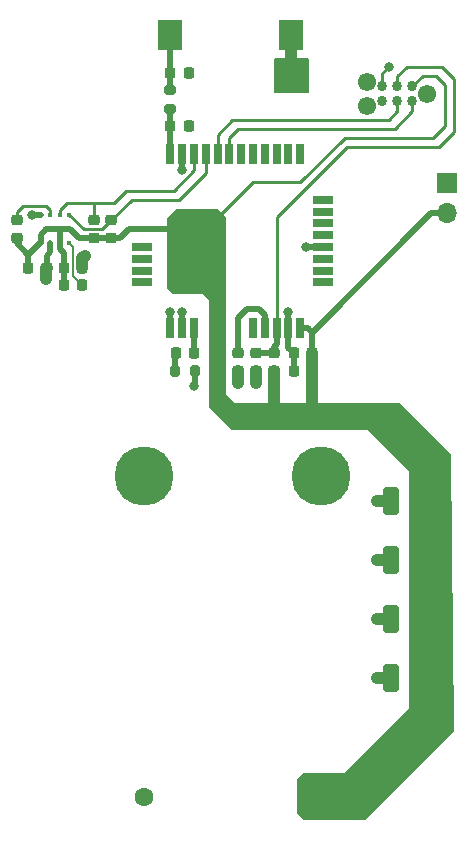
<source format=gbr>
%TF.GenerationSoftware,KiCad,Pcbnew,7.0.6*%
%TF.CreationDate,2023-11-18T03:16:50+01:00*%
%TF.ProjectId,LoRa_Sensor,4c6f5261-5f53-4656-9e73-6f722e6b6963,rev?*%
%TF.SameCoordinates,Original*%
%TF.FileFunction,Copper,L1,Top*%
%TF.FilePolarity,Positive*%
%FSLAX46Y46*%
G04 Gerber Fmt 4.6, Leading zero omitted, Abs format (unit mm)*
G04 Created by KiCad (PCBNEW 7.0.6) date 2023-11-18 03:16:50*
%MOMM*%
%LPD*%
G01*
G04 APERTURE LIST*
G04 Aperture macros list*
%AMRoundRect*
0 Rectangle with rounded corners*
0 $1 Rounding radius*
0 $2 $3 $4 $5 $6 $7 $8 $9 X,Y pos of 4 corners*
0 Add a 4 corners polygon primitive as box body*
4,1,4,$2,$3,$4,$5,$6,$7,$8,$9,$2,$3,0*
0 Add four circle primitives for the rounded corners*
1,1,$1+$1,$2,$3*
1,1,$1+$1,$4,$5*
1,1,$1+$1,$6,$7*
1,1,$1+$1,$8,$9*
0 Add four rect primitives between the rounded corners*
20,1,$1+$1,$2,$3,$4,$5,0*
20,1,$1+$1,$4,$5,$6,$7,0*
20,1,$1+$1,$6,$7,$8,$9,0*
20,1,$1+$1,$8,$9,$2,$3,0*%
G04 Aperture macros list end*
%TA.AperFunction,SMDPad,CuDef*%
%ADD10RoundRect,0.250000X0.412500X0.925000X-0.412500X0.925000X-0.412500X-0.925000X0.412500X-0.925000X0*%
%TD*%
%TA.AperFunction,SMDPad,CuDef*%
%ADD11RoundRect,0.225000X-0.250000X0.225000X-0.250000X-0.225000X0.250000X-0.225000X0.250000X0.225000X0*%
%TD*%
%TA.AperFunction,SMDPad,CuDef*%
%ADD12RoundRect,0.218750X-0.218750X-0.256250X0.218750X-0.256250X0.218750X0.256250X-0.218750X0.256250X0*%
%TD*%
%TA.AperFunction,SMDPad,CuDef*%
%ADD13RoundRect,0.225000X0.250000X-0.225000X0.250000X0.225000X-0.250000X0.225000X-0.250000X-0.225000X0*%
%TD*%
%TA.AperFunction,SMDPad,CuDef*%
%ADD14RoundRect,0.225000X-0.225000X-0.250000X0.225000X-0.250000X0.225000X0.250000X-0.225000X0.250000X0*%
%TD*%
%TA.AperFunction,SMDPad,CuDef*%
%ADD15R,2.000000X2.500000*%
%TD*%
%TA.AperFunction,SMDPad,CuDef*%
%ADD16RoundRect,0.225000X0.225000X0.250000X-0.225000X0.250000X-0.225000X-0.250000X0.225000X-0.250000X0*%
%TD*%
%TA.AperFunction,SMDPad,CuDef*%
%ADD17C,0.863000*%
%TD*%
%TA.AperFunction,ComponentPad*%
%ADD18C,1.550000*%
%TD*%
%TA.AperFunction,ComponentPad*%
%ADD19R,1.700000X1.700000*%
%TD*%
%TA.AperFunction,ComponentPad*%
%ADD20O,1.700000X1.700000*%
%TD*%
%TA.AperFunction,SMDPad,CuDef*%
%ADD21RoundRect,0.200000X0.275000X-0.200000X0.275000X0.200000X-0.275000X0.200000X-0.275000X-0.200000X0*%
%TD*%
%TA.AperFunction,SMDPad,CuDef*%
%ADD22R,0.400000X0.400000*%
%TD*%
%TA.AperFunction,SMDPad,CuDef*%
%ADD23RoundRect,0.200000X0.200000X0.275000X-0.200000X0.275000X-0.200000X-0.275000X0.200000X-0.275000X0*%
%TD*%
%TA.AperFunction,SMDPad,CuDef*%
%ADD24R,0.700000X1.800000*%
%TD*%
%TA.AperFunction,SMDPad,CuDef*%
%ADD25R,1.800000X0.700000*%
%TD*%
%TA.AperFunction,ComponentPad*%
%ADD26C,1.600000*%
%TD*%
%TA.AperFunction,ComponentPad*%
%ADD27C,5.000000*%
%TD*%
%TA.AperFunction,ViaPad*%
%ADD28C,0.800000*%
%TD*%
%TA.AperFunction,Conductor*%
%ADD29C,1.000000*%
%TD*%
%TA.AperFunction,Conductor*%
%ADD30C,0.500000*%
%TD*%
%TA.AperFunction,Conductor*%
%ADD31C,0.250000*%
%TD*%
%TA.AperFunction,Conductor*%
%ADD32C,0.200000*%
%TD*%
G04 APERTURE END LIST*
D10*
%TO.P,C7,1*%
%TO.N,+BATT*%
X126537500Y-92000000D03*
%TO.P,C7,2*%
%TO.N,GND*%
X123462500Y-92000000D03*
%TD*%
%TO.P,C6,1*%
%TO.N,+BATT*%
X126537500Y-97000000D03*
%TO.P,C6,2*%
%TO.N,GND*%
X123462500Y-97000000D03*
%TD*%
D11*
%TO.P,R4,1*%
%TO.N,/BOOT*%
X110500000Y-79475000D03*
%TO.P,R4,2*%
%TO.N,GND*%
X110500000Y-81025000D03*
%TD*%
D12*
%TO.P,D1,1,K*%
%TO.N,Net-(D1-K)*%
X105212500Y-79500000D03*
%TO.P,D1,2,A*%
%TO.N,PA8*%
X106787500Y-79500000D03*
%TD*%
D13*
%TO.P,R8,1*%
%TO.N,+BATT*%
X91750000Y-69775000D03*
%TO.P,R8,2*%
%TO.N,/CSB*%
X91750000Y-68225000D03*
%TD*%
D14*
%TO.P,C10,1*%
%TO.N,RF*%
X104750000Y-60250000D03*
%TO.P,C10,2*%
%TO.N,GND*%
X106300000Y-60250000D03*
%TD*%
D15*
%TO.P,ANT1,1,RX/TX*%
%TO.N,Net-(ANT1-RX{slash}TX)*%
X104750000Y-52550000D03*
%TO.P,ANT1,2,GND*%
%TO.N,GND*%
X114950000Y-52550000D03*
%TD*%
D16*
%TO.P,C2,1*%
%TO.N,+BATT*%
X116775000Y-79500000D03*
%TO.P,C2,2*%
%TO.N,GND*%
X115225000Y-79500000D03*
%TD*%
D13*
%TO.P,R1,1*%
%TO.N,+BATT*%
X113500000Y-81025000D03*
%TO.P,R1,2*%
%TO.N,RST*%
X113500000Y-79475000D03*
%TD*%
D17*
%TO.P,J2,1,1*%
%TO.N,+BATT*%
X125250000Y-56881000D03*
%TO.P,J2,2,2*%
%TO.N,SWDIO*%
X125250000Y-58151000D03*
%TO.P,J2,3,3*%
%TO.N,RST*%
X123980000Y-56881000D03*
%TO.P,J2,4,4*%
%TO.N,SWCLK*%
X123980000Y-58151000D03*
%TO.P,J2,5,5*%
%TO.N,GND*%
X122710000Y-56881000D03*
%TO.P,J2,6,6*%
%TO.N,unconnected-(J2-Pad6)*%
X122710000Y-58151000D03*
D18*
%TO.P,J2,7,7*%
%TO.N,unconnected-(J2-Pad7)*%
X126520000Y-57516000D03*
%TO.P,J2,8,8*%
%TO.N,unconnected-(J2-Pad8)*%
X121440000Y-56500000D03*
%TO.P,J2,9,9*%
%TO.N,unconnected-(J2-Pad9)*%
X121440000Y-58532000D03*
%TD*%
D19*
%TO.P,J1,1,Pin_1*%
%TO.N,GND*%
X128200000Y-65125000D03*
D20*
%TO.P,J1,2,Pin_2*%
%TO.N,+BATT*%
X128200000Y-67665000D03*
%TD*%
D21*
%TO.P,R2,1*%
%TO.N,RF*%
X104750000Y-58825000D03*
%TO.P,R2,2*%
%TO.N,Net-(ANT1-RX{slash}TX)*%
X104750000Y-57175000D03*
%TD*%
D14*
%TO.P,C11,1*%
%TO.N,Net-(ANT1-RX{slash}TX)*%
X104750000Y-55750000D03*
%TO.P,C11,2*%
%TO.N,GND*%
X106300000Y-55750000D03*
%TD*%
D13*
%TO.P,R6,1*%
%TO.N,+BATT*%
X98250000Y-69775000D03*
%TO.P,R6,2*%
%TO.N,I2C_SDA*%
X98250000Y-68225000D03*
%TD*%
D22*
%TO.P,IC1,1,GND_1*%
%TO.N,GND*%
X93800000Y-67800000D03*
%TO.P,IC1,2,CSB*%
%TO.N,/CSB*%
X94600000Y-67800000D03*
%TO.P,IC1,3,SDI*%
%TO.N,I2C_SDA*%
X95400000Y-67800000D03*
%TO.P,IC1,4,SCK*%
%TO.N,I2C_SCL*%
X96200000Y-67800000D03*
%TO.P,IC1,5,SDO*%
%TO.N,/SDO*%
X96200000Y-70200000D03*
%TO.P,IC1,6,VDDIO*%
%TO.N,+BATT*%
X95400000Y-70200000D03*
%TO.P,IC1,7,GND_2*%
%TO.N,GND*%
X94600000Y-70200000D03*
%TO.P,IC1,8,VDD*%
%TO.N,+BATT*%
X93800000Y-70200000D03*
%TD*%
D14*
%TO.P,R3,1*%
%TO.N,+BATT*%
X95725000Y-73750000D03*
%TO.P,R3,2*%
%TO.N,/SDO*%
X97275000Y-73750000D03*
%TD*%
D10*
%TO.P,C4,1*%
%TO.N,+BATT*%
X126537500Y-107000000D03*
%TO.P,C4,2*%
%TO.N,GND*%
X123462500Y-107000000D03*
%TD*%
D13*
%TO.P,R7,1*%
%TO.N,+BATT*%
X99750000Y-69775000D03*
%TO.P,R7,2*%
%TO.N,I2C_SCL*%
X99750000Y-68225000D03*
%TD*%
D16*
%TO.P,C1,1*%
%TO.N,+BATT*%
X116775000Y-81000000D03*
%TO.P,C1,2*%
%TO.N,GND*%
X115225000Y-81000000D03*
%TD*%
D14*
%TO.P,C9,1*%
%TO.N,+BATT*%
X95725000Y-72250000D03*
%TO.P,C9,2*%
%TO.N,GND*%
X97275000Y-72250000D03*
%TD*%
D23*
%TO.P,R5,1*%
%TO.N,GND*%
X106825000Y-81000000D03*
%TO.P,R5,2*%
%TO.N,Net-(D1-K)*%
X105175000Y-81000000D03*
%TD*%
D24*
%TO.P,U1,1,UART2_RX*%
%TO.N,unconnected-(U1-UART2_RX-Pad1)*%
X115750000Y-62600000D03*
%TO.P,U1,2,UART2_TX*%
%TO.N,unconnected-(U1-UART2_TX-Pad2)*%
X114750000Y-62600000D03*
%TO.P,U1,3,ADC5*%
%TO.N,unconnected-(U1-ADC5-Pad3)*%
X113750000Y-62600000D03*
%TO.P,U1,4,UART1_TX*%
%TO.N,unconnected-(U1-UART1_TX-Pad4)*%
X112750000Y-62600000D03*
%TO.P,U1,5,UART1_RX*%
%TO.N,unconnected-(U1-UART1_RX-Pad5)*%
X111750000Y-62600000D03*
%TO.P,U1,6,PA1*%
%TO.N,unconnected-(U1-PA1-Pad6)*%
X110750000Y-62600000D03*
%TO.P,U1,7,SWDIO*%
%TO.N,SWDIO*%
X109750000Y-62600000D03*
%TO.P,U1,8,SWCLK*%
%TO.N,SWCLK*%
X108750000Y-62600000D03*
%TO.P,U1,9,I2C_SCL*%
%TO.N,I2C_SCL*%
X107750000Y-62600000D03*
%TO.P,U1,10,I2C_SDA*%
%TO.N,I2C_SDA*%
X106750000Y-62600000D03*
%TO.P,U1,11,GND*%
%TO.N,GND*%
X105750000Y-62600000D03*
%TO.P,U1,12,RF*%
%TO.N,RF*%
X104750000Y-62600000D03*
D25*
%TO.P,U1,13,SPI1_MOSI*%
%TO.N,PA7*%
X102350000Y-70500000D03*
%TO.P,U1,14,SPI1_MISO*%
%TO.N,PA6*%
X102350000Y-71500000D03*
%TO.P,U1,15,SPI1_CLK*%
%TO.N,BMA_INT2*%
X102350000Y-72500000D03*
%TO.P,U1,16,SPI1_NSS*%
%TO.N,BMA_INT1*%
X102350000Y-73500000D03*
D24*
%TO.P,U1,17,GND*%
%TO.N,GND*%
X104750000Y-77400000D03*
%TO.P,U1,18,GND*%
X105750000Y-77400000D03*
%TO.P,U1,19,PA8*%
%TO.N,PA8*%
X106750000Y-77400000D03*
%TO.P,U1,20,PA9*%
%TO.N,PA9*%
X111750000Y-77400000D03*
%TO.P,U1,21,BOOT*%
%TO.N,/BOOT*%
X112750000Y-77400000D03*
%TO.P,U1,22,RST*%
%TO.N,RST*%
X113750000Y-77400000D03*
%TO.P,U1,23,GND*%
%TO.N,GND*%
X114750000Y-77400000D03*
%TO.P,U1,24,VDD*%
%TO.N,+BATT*%
X115750000Y-77400000D03*
D25*
%TO.P,U1,25,ADC4*%
%TO.N,ADC4*%
X117650000Y-73500000D03*
%TO.P,U1,26,ADC3*%
%TO.N,ADC3*%
X117650000Y-72500000D03*
%TO.P,U1,27,PB12*%
%TO.N,PB12*%
X117650000Y-71500000D03*
%TO.P,U1,28,GND*%
%TO.N,GND*%
X117650000Y-70500000D03*
%TO.P,U1,29,PA0*%
%TO.N,PA0*%
X117650000Y-69500000D03*
%TO.P,U1,30,PB5*%
%TO.N,PB5*%
X117650000Y-68500000D03*
%TO.P,U1,31,ADC2*%
%TO.N,ADC2*%
X117650000Y-67500000D03*
%TO.P,U1,32,ADC1*%
%TO.N,ADC1*%
X117650000Y-66500000D03*
%TD*%
D11*
%TO.P,C3,1*%
%TO.N,RST*%
X112000000Y-79475000D03*
%TO.P,C3,2*%
%TO.N,GND*%
X112000000Y-81025000D03*
%TD*%
D14*
%TO.P,C8,1*%
%TO.N,+BATT*%
X92725000Y-72250000D03*
%TO.P,C8,2*%
%TO.N,GND*%
X94275000Y-72250000D03*
%TD*%
D10*
%TO.P,C5,1*%
%TO.N,+BATT*%
X126537500Y-102000000D03*
%TO.P,C5,2*%
%TO.N,GND*%
X123462500Y-102000000D03*
%TD*%
D26*
%TO.P,U2,1,+*%
%TO.N,+BATT*%
X117495000Y-117100000D03*
%TO.P,U2,2,-*%
%TO.N,GND*%
X102505000Y-117100000D03*
D27*
%TO.P,U2,3,3*%
%TO.N,unconnected-(U2-Pad3)*%
X102505000Y-89920000D03*
%TO.P,U2,4,4*%
%TO.N,unconnected-(U2-Pad4)*%
X117495000Y-89920000D03*
%TD*%
D28*
%TO.N,GND*%
X94250000Y-73250000D03*
X115000000Y-57000000D03*
X110500000Y-82000000D03*
X114000000Y-57000000D03*
X114000000Y-55000000D03*
X122212500Y-107000000D03*
X116250000Y-70500000D03*
X105750000Y-76000000D03*
X114750000Y-76000000D03*
X105750000Y-64000000D03*
X116000000Y-57000000D03*
X123250000Y-55250000D03*
X116000000Y-56000000D03*
X114000000Y-56000000D03*
X115000000Y-55000000D03*
X115000000Y-56000000D03*
X122212500Y-92000000D03*
X106750000Y-82250000D03*
X104750000Y-76000000D03*
X97500000Y-71250000D03*
X93000000Y-67800000D03*
X112000000Y-82000000D03*
X116000000Y-55000000D03*
X122250000Y-97000000D03*
X122250000Y-102000000D03*
%TD*%
D29*
%TO.N,GND*%
X94250000Y-72275000D02*
X94275000Y-72250000D01*
X110500000Y-81025000D02*
X110500000Y-82000000D01*
D30*
X93050000Y-67800000D02*
X93000000Y-67750000D01*
X106825000Y-81000000D02*
X106825000Y-82175000D01*
D29*
X123462500Y-92000000D02*
X122212500Y-92000000D01*
D30*
X115225000Y-79500000D02*
X115225000Y-81000000D01*
D29*
X97275000Y-71475000D02*
X97275000Y-72250000D01*
D30*
X117650000Y-70500000D02*
X116250000Y-70500000D01*
X104750000Y-77400000D02*
X104750000Y-76000000D01*
X94275000Y-72250000D02*
X94275000Y-71225000D01*
X94600000Y-70200000D02*
X94600000Y-70900000D01*
D29*
X123462500Y-102000000D02*
X122250000Y-102000000D01*
D31*
X122710000Y-56881000D02*
X122710000Y-55790000D01*
D29*
X123462500Y-97000000D02*
X122250000Y-97000000D01*
D30*
X93800000Y-67800000D02*
X93050000Y-67800000D01*
D29*
X112000000Y-81025000D02*
X112000000Y-82000000D01*
D30*
X114750000Y-77400000D02*
X114750000Y-79025000D01*
X94275000Y-71225000D02*
X94600000Y-70900000D01*
D29*
X114950000Y-52550000D02*
X114950000Y-54950000D01*
D30*
X114750000Y-79025000D02*
X115225000Y-79500000D01*
X105750000Y-77400000D02*
X105750000Y-76000000D01*
X105750000Y-62600000D02*
X105750000Y-64000000D01*
D29*
X94250000Y-73250000D02*
X94250000Y-72275000D01*
D31*
X122710000Y-55790000D02*
X123250000Y-55250000D01*
D29*
X97500000Y-71250000D02*
X97275000Y-71475000D01*
D30*
X106825000Y-82175000D02*
X106750000Y-82250000D01*
D29*
X123425000Y-107000000D02*
X122212500Y-107000000D01*
D30*
X114750000Y-76000000D02*
X114750000Y-77400000D01*
%TO.N,RST*%
X112000000Y-79475000D02*
X113500000Y-79475000D01*
D31*
X127500000Y-62000000D02*
X128750000Y-60750000D01*
X123980000Y-56020000D02*
X123980000Y-56881000D01*
X124750000Y-55250000D02*
X123980000Y-56020000D01*
X128750000Y-56250000D02*
X127750000Y-55250000D01*
X127750000Y-55250000D02*
X124750000Y-55250000D01*
X128750000Y-60750000D02*
X128750000Y-56250000D01*
X113750000Y-77400000D02*
X113750000Y-68000000D01*
D30*
X113750000Y-78750000D02*
X113750000Y-77400000D01*
D31*
X119750000Y-62000000D02*
X127500000Y-62000000D01*
D30*
X113500000Y-79475000D02*
X113500000Y-79000000D01*
D31*
X113750000Y-68000000D02*
X119750000Y-62000000D01*
D30*
X113500000Y-79000000D02*
X113750000Y-78750000D01*
D31*
%TO.N,I2C_SDA*%
X106750000Y-64025305D02*
X105025305Y-65750000D01*
X95400000Y-67350000D02*
X95400000Y-67800000D01*
X98250000Y-66750000D02*
X96000000Y-66750000D01*
X100000000Y-66750000D02*
X98250000Y-66750000D01*
X105025305Y-65750000D02*
X101000000Y-65750000D01*
X96000000Y-66750000D02*
X95400000Y-67350000D01*
X98250000Y-66750000D02*
X98250000Y-68225000D01*
X106750000Y-62600000D02*
X106750000Y-64025305D01*
X101000000Y-65750000D02*
X100000000Y-66750000D01*
%TO.N,I2C_SCL*%
X107750000Y-62600000D02*
X107750000Y-64250000D01*
X99750000Y-68225000D02*
X99750000Y-68250000D01*
X101475000Y-66500000D02*
X99750000Y-68225000D01*
X96200000Y-67800000D02*
X97400000Y-69000000D01*
X97400000Y-69000000D02*
X98250000Y-69000000D01*
X99750000Y-68250000D02*
X99000000Y-69000000D01*
X107750000Y-64250000D02*
X105500000Y-66500000D01*
X105500000Y-66500000D02*
X101475000Y-66500000D01*
X98250000Y-69000000D02*
X99000000Y-69000000D01*
%TO.N,+BATT*%
X125250000Y-56881000D02*
X126131000Y-56000000D01*
D29*
X113500000Y-81025000D02*
X113500000Y-84750000D01*
D30*
X93800000Y-69450000D02*
X94250000Y-69000000D01*
D31*
X115750000Y-65000000D02*
X111750000Y-65000000D01*
D30*
X95400000Y-70200000D02*
X95400000Y-70650000D01*
X95250000Y-69000000D02*
X96250000Y-69000000D01*
X100475000Y-69775000D02*
X101250000Y-69000000D01*
X92725000Y-71150000D02*
X92725000Y-72250000D01*
X97025000Y-69775000D02*
X98250000Y-69775000D01*
X115750000Y-77400000D02*
X116400000Y-77400000D01*
X116400000Y-77400000D02*
X116750000Y-77750000D01*
X94250000Y-69000000D02*
X95250000Y-69000000D01*
X96250000Y-69000000D02*
X97025000Y-69775000D01*
D31*
X128000000Y-56750000D02*
X128000000Y-60250000D01*
X126131000Y-56000000D02*
X127250000Y-56000000D01*
D29*
X116775000Y-79500000D02*
X116775000Y-81000000D01*
D30*
X95725000Y-72250000D02*
X95725000Y-73750000D01*
X95400000Y-69150000D02*
X95250000Y-69000000D01*
X95400000Y-70200000D02*
X95400000Y-69150000D01*
X93800000Y-69450000D02*
X93800000Y-70200000D01*
X93675000Y-70200000D02*
X92725000Y-71150000D01*
X91750000Y-69775000D02*
X91750000Y-70175000D01*
D31*
X127250000Y-56000000D02*
X128000000Y-56750000D01*
D30*
X116750000Y-77750000D02*
X116750000Y-79475000D01*
D29*
X116775000Y-84725000D02*
X116750000Y-84750000D01*
D30*
X116750000Y-79475000D02*
X116775000Y-79500000D01*
D31*
X111750000Y-65000000D02*
X108500000Y-68250000D01*
D30*
X95725000Y-70975000D02*
X95400000Y-70650000D01*
X95725000Y-72250000D02*
X95725000Y-70975000D01*
D31*
X128000000Y-60250000D02*
X127000000Y-61250000D01*
X119500000Y-61250000D02*
X115750000Y-65000000D01*
X127000000Y-61250000D02*
X119500000Y-61250000D01*
D30*
X91750000Y-70175000D02*
X92725000Y-71150000D01*
X126835000Y-67665000D02*
X116750000Y-77750000D01*
X101250000Y-69000000D02*
X105250000Y-69000000D01*
X93800000Y-70200000D02*
X93675000Y-70200000D01*
X105250000Y-69000000D02*
X105750000Y-68500000D01*
D29*
X116775000Y-81000000D02*
X116775000Y-84725000D01*
D30*
X128200000Y-67665000D02*
X126835000Y-67665000D01*
X99750000Y-69775000D02*
X100475000Y-69775000D01*
X98250000Y-69775000D02*
X99750000Y-69775000D01*
D31*
%TO.N,SWDIO*%
X125250000Y-58151000D02*
X125250000Y-59000000D01*
X123750000Y-60500000D02*
X110500000Y-60500000D01*
X110500000Y-60500000D02*
X109750000Y-61250000D01*
X109750000Y-61250000D02*
X109750000Y-62600000D01*
X125250000Y-59000000D02*
X123750000Y-60500000D01*
%TO.N,SWCLK*%
X108750000Y-62600000D02*
X108750000Y-61000000D01*
X108750000Y-61000000D02*
X110000000Y-59750000D01*
X110000000Y-59750000D02*
X123250000Y-59750000D01*
X123980000Y-59020000D02*
X123980000Y-58151000D01*
X123250000Y-59750000D02*
X123980000Y-59020000D01*
D30*
%TO.N,RF*%
X104750000Y-60250000D02*
X104750000Y-58825000D01*
X104750000Y-62600000D02*
X104750000Y-60250000D01*
%TO.N,/BOOT*%
X112250000Y-75750000D02*
X111250000Y-75750000D01*
X112750000Y-76250000D02*
X112250000Y-75750000D01*
X111250000Y-75750000D02*
X110500000Y-76500000D01*
X110500000Y-76500000D02*
X110500000Y-79475000D01*
X112750000Y-77400000D02*
X112750000Y-76250000D01*
%TO.N,PA8*%
X106750000Y-77400000D02*
X106750000Y-79462500D01*
%TO.N,Net-(ANT1-RX{slash}TX)*%
X104750000Y-55750000D02*
X104750000Y-52550000D01*
X104750000Y-57175000D02*
X104750000Y-55750000D01*
%TO.N,Net-(D1-K)*%
X105175000Y-81000000D02*
X105175000Y-79537500D01*
D31*
%TO.N,/CSB*%
X91750000Y-67500000D02*
X91750000Y-68225000D01*
X94600000Y-67350000D02*
X94250000Y-67000000D01*
X92250000Y-67000000D02*
X91750000Y-67500000D01*
X94250000Y-67000000D02*
X92250000Y-67000000D01*
X94600000Y-67800000D02*
X94600000Y-67350000D01*
D32*
%TO.N,/SDO*%
X96475000Y-72950000D02*
X97275000Y-73750000D01*
X96475000Y-70475000D02*
X96475000Y-72950000D01*
X96200000Y-70200000D02*
X96475000Y-70475000D01*
%TD*%
%TA.AperFunction,Conductor*%
%TO.N,+BATT*%
G36*
X108765677Y-67269685D02*
G01*
X108786319Y-67286319D01*
X109463681Y-67963681D01*
X109497166Y-68025004D01*
X109500000Y-68051362D01*
X109500000Y-80915192D01*
X109499682Y-80921463D01*
X109499500Y-80923255D01*
X109499500Y-82050748D01*
X109499681Y-82052528D01*
X109500000Y-82058807D01*
X109500000Y-83000000D01*
X110250000Y-83750000D01*
X124198638Y-83750000D01*
X124265677Y-83769685D01*
X124286319Y-83786319D01*
X128464226Y-87964226D01*
X128497711Y-88025549D01*
X128500538Y-88050588D01*
X128749445Y-111447866D01*
X128730475Y-111515111D01*
X128713133Y-111536866D01*
X121286319Y-118963681D01*
X121224996Y-118997166D01*
X121198638Y-119000000D01*
X116051362Y-119000000D01*
X115984323Y-118980315D01*
X115963681Y-118963681D01*
X115536319Y-118536319D01*
X115502834Y-118474996D01*
X115500000Y-118448638D01*
X115500000Y-115551361D01*
X115519685Y-115484322D01*
X115536314Y-115463685D01*
X115963680Y-115036319D01*
X116025004Y-115002834D01*
X116051362Y-115000000D01*
X119500000Y-115000000D01*
X125000000Y-109500000D01*
X125000000Y-89500000D01*
X121500000Y-86000000D01*
X110051362Y-86000000D01*
X109984323Y-85980315D01*
X109963681Y-85963681D01*
X108036319Y-84036319D01*
X108002834Y-83974996D01*
X108000000Y-83948638D01*
X108000000Y-75000000D01*
X107500000Y-74500000D01*
X105051362Y-74500000D01*
X104984323Y-74480315D01*
X104963681Y-74463681D01*
X104536319Y-74036319D01*
X104502834Y-73974996D01*
X104500000Y-73948638D01*
X104500000Y-68051361D01*
X104519685Y-67984322D01*
X104536314Y-67963685D01*
X105213680Y-67286319D01*
X105275004Y-67252834D01*
X105301362Y-67250000D01*
X108698638Y-67250000D01*
X108765677Y-67269685D01*
G37*
%TD.AperFunction*%
%TD*%
%TA.AperFunction,Conductor*%
%TO.N,GND*%
G36*
X116443039Y-54519685D02*
G01*
X116488794Y-54572489D01*
X116500000Y-54624000D01*
X116500000Y-57376000D01*
X116480315Y-57443039D01*
X116427511Y-57488794D01*
X116376000Y-57500000D01*
X113624000Y-57500000D01*
X113556961Y-57480315D01*
X113511206Y-57427511D01*
X113500000Y-57376000D01*
X113500000Y-54624000D01*
X113519685Y-54556961D01*
X113572489Y-54511206D01*
X113624000Y-54500000D01*
X116376000Y-54500000D01*
X116443039Y-54519685D01*
G37*
%TD.AperFunction*%
%TD*%
M02*

</source>
